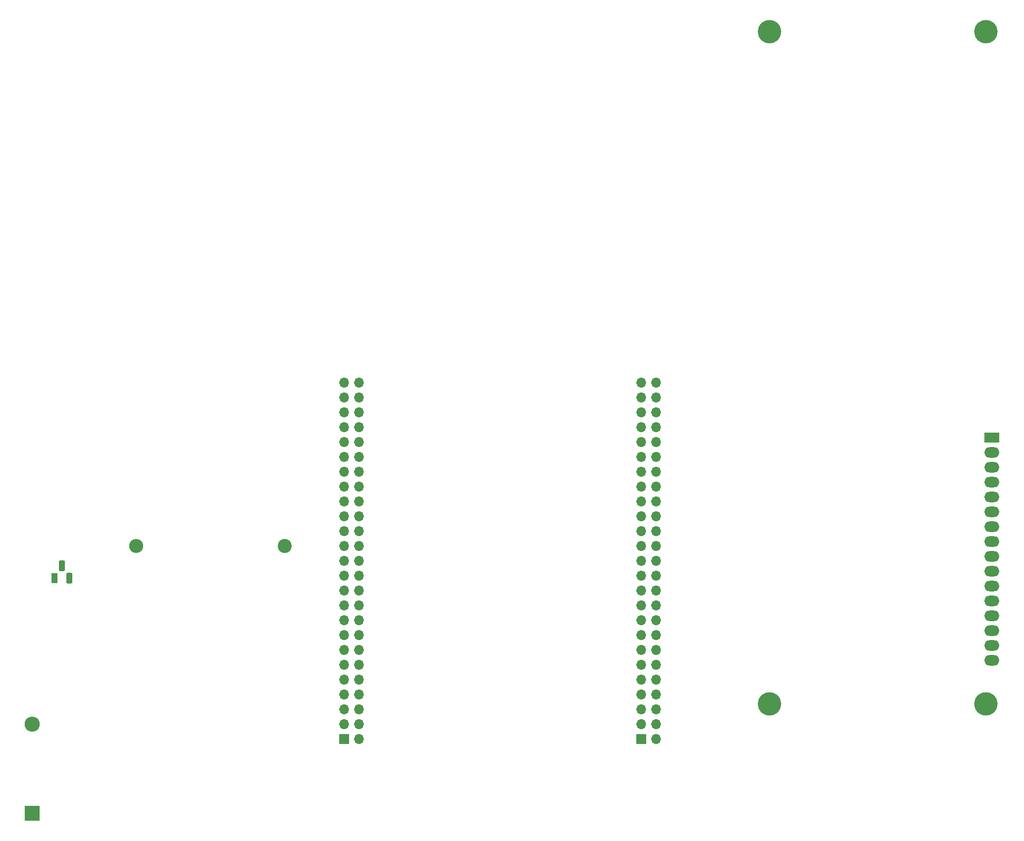
<source format=gbr>
%TF.GenerationSoftware,KiCad,Pcbnew,(7.0.0)*%
%TF.CreationDate,2023-06-01T08:47:22-06:00*%
%TF.ProjectId,ENCE 3231 final project,454e4345-2033-4323-9331-2066696e616c,rev?*%
%TF.SameCoordinates,Original*%
%TF.FileFunction,Soldermask,Bot*%
%TF.FilePolarity,Negative*%
%FSLAX46Y46*%
G04 Gerber Fmt 4.6, Leading zero omitted, Abs format (unit mm)*
G04 Created by KiCad (PCBNEW (7.0.0)) date 2023-06-01 08:47:22*
%MOMM*%
%LPD*%
G01*
G04 APERTURE LIST*
G04 Aperture macros list*
%AMRoundRect*
0 Rectangle with rounded corners*
0 $1 Rounding radius*
0 $2 $3 $4 $5 $6 $7 $8 $9 X,Y pos of 4 corners*
0 Add a 4 corners polygon primitive as box body*
4,1,4,$2,$3,$4,$5,$6,$7,$8,$9,$2,$3,0*
0 Add four circle primitives for the rounded corners*
1,1,$1+$1,$2,$3*
1,1,$1+$1,$4,$5*
1,1,$1+$1,$6,$7*
1,1,$1+$1,$8,$9*
0 Add four rect primitives between the rounded corners*
20,1,$1+$1,$2,$3,$4,$5,0*
20,1,$1+$1,$4,$5,$6,$7,0*
20,1,$1+$1,$6,$7,$8,$9,0*
20,1,$1+$1,$8,$9,$2,$3,0*%
G04 Aperture macros list end*
%ADD10C,4.000000*%
%ADD11R,2.600000X1.800000*%
%ADD12O,2.600000X1.800000*%
%ADD13R,2.600000X2.600000*%
%ADD14O,2.600000X2.600000*%
%ADD15R,1.700000X1.700000*%
%ADD16O,1.700000X1.700000*%
%ADD17R,1.100000X1.800000*%
%ADD18RoundRect,0.275000X-0.275000X-0.625000X0.275000X-0.625000X0.275000X0.625000X-0.275000X0.625000X0*%
%ADD19C,2.400000*%
%ADD20O,2.400000X2.400000*%
G04 APERTURE END LIST*
D10*
%TO.C,DS1*%
X191076740Y-36479580D03*
X154076560Y-36479580D03*
X191076740Y-151480620D03*
X154076560Y-151480620D03*
D11*
X192077499Y-105879999D03*
D12*
X192077499Y-108419999D03*
X192077499Y-110959999D03*
X192077499Y-113499999D03*
X192077499Y-116039999D03*
X192077499Y-118579999D03*
X192077499Y-121119999D03*
X192077499Y-123659999D03*
X192077499Y-126199999D03*
X192077499Y-128739999D03*
X192077499Y-131279999D03*
X192077499Y-133819999D03*
X192077499Y-136359999D03*
X192077499Y-138899999D03*
X192077499Y-141439999D03*
X192077499Y-143979999D03*
%TD*%
D13*
%TO.C,D1*%
X27939999Y-170179999D03*
D14*
X27939999Y-154939999D03*
%TD*%
D15*
%TO.C,J2*%
X81279999Y-157479999D03*
D16*
X83819999Y-157479999D03*
X81279999Y-154939999D03*
X83819999Y-154939999D03*
X81279999Y-152399999D03*
X83819999Y-152399999D03*
X81279999Y-149859999D03*
X83819999Y-149859999D03*
X81279999Y-147319999D03*
X83819999Y-147319999D03*
X81279999Y-144779999D03*
X83819999Y-144779999D03*
X81279999Y-142239999D03*
X83819999Y-142239999D03*
X81279999Y-139699999D03*
X83819999Y-139699999D03*
X81279999Y-137159999D03*
X83819999Y-137159999D03*
X81279999Y-134619999D03*
X83819999Y-134619999D03*
X81279999Y-132079999D03*
X83819999Y-132079999D03*
X81279999Y-129539999D03*
X83819999Y-129539999D03*
X81279999Y-126999999D03*
X83819999Y-126999999D03*
X81279999Y-124459999D03*
X83819999Y-124459999D03*
X81279999Y-121919999D03*
X83819999Y-121919999D03*
X81279999Y-119379999D03*
X83819999Y-119379999D03*
X81279999Y-116839999D03*
X83819999Y-116839999D03*
X81279999Y-114299999D03*
X83819999Y-114299999D03*
X81279999Y-111759999D03*
X83819999Y-111759999D03*
X81279999Y-109219999D03*
X83819999Y-109219999D03*
X81279999Y-106679999D03*
X83819999Y-106679999D03*
X81279999Y-104139999D03*
X83819999Y-104139999D03*
X81279999Y-101599999D03*
X83819999Y-101599999D03*
X81279999Y-99059999D03*
X83819999Y-99059999D03*
X81279999Y-96519999D03*
X83819999Y-96519999D03*
%TD*%
D17*
%TO.C,Q1*%
X31749999Y-129939999D03*
D18*
X33020000Y-127870000D03*
X34290000Y-129940000D03*
%TD*%
D19*
%TO.C,R1*%
X71120000Y-124460000D03*
D20*
X45719999Y-124459999D03*
%TD*%
D15*
%TO.C,J1*%
X132079999Y-157479999D03*
D16*
X134619999Y-157479999D03*
X132079999Y-154939999D03*
X134619999Y-154939999D03*
X132079999Y-152399999D03*
X134619999Y-152399999D03*
X132079999Y-149859999D03*
X134619999Y-149859999D03*
X132079999Y-147319999D03*
X134619999Y-147319999D03*
X132079999Y-144779999D03*
X134619999Y-144779999D03*
X132079999Y-142239999D03*
X134619999Y-142239999D03*
X132079999Y-139699999D03*
X134619999Y-139699999D03*
X132079999Y-137159999D03*
X134619999Y-137159999D03*
X132079999Y-134619999D03*
X134619999Y-134619999D03*
X132079999Y-132079999D03*
X134619999Y-132079999D03*
X132079999Y-129539999D03*
X134619999Y-129539999D03*
X132079999Y-126999999D03*
X134619999Y-126999999D03*
X132079999Y-124459999D03*
X134619999Y-124459999D03*
X132079999Y-121919999D03*
X134619999Y-121919999D03*
X132079999Y-119379999D03*
X134619999Y-119379999D03*
X132079999Y-116839999D03*
X134619999Y-116839999D03*
X132079999Y-114299999D03*
X134619999Y-114299999D03*
X132079999Y-111759999D03*
X134619999Y-111759999D03*
X132079999Y-109219999D03*
X134619999Y-109219999D03*
X132079999Y-106679999D03*
X134619999Y-106679999D03*
X132079999Y-104139999D03*
X134619999Y-104139999D03*
X132079999Y-101599999D03*
X134619999Y-101599999D03*
X132079999Y-99059999D03*
X134619999Y-99059999D03*
X132079999Y-96519999D03*
X134619999Y-96519999D03*
%TD*%
M02*

</source>
